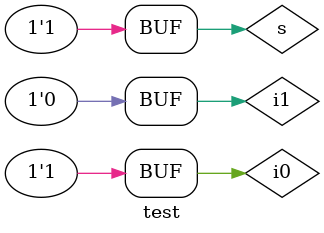
<source format=v>
`include "../lib/mux_2to1.v"

module test;

  reg s, i0, i1;
  wire z;

  mux_2to1 mux(
    .s (s ),
    .i1(i1),
    .i0(i0),
    .z (z));

  initial begin
    $monitor($time, ": %b  %b  | %b | %b", i1,  i0, s, z);
    
    #5 i1 = 0; i0 = 0; s = 0;
    #5 i1 = 1;
    #5 i0 = 1;
    #5 i1 = 0;
    #5 s  = 1; 
 end

endmodule

 

</source>
